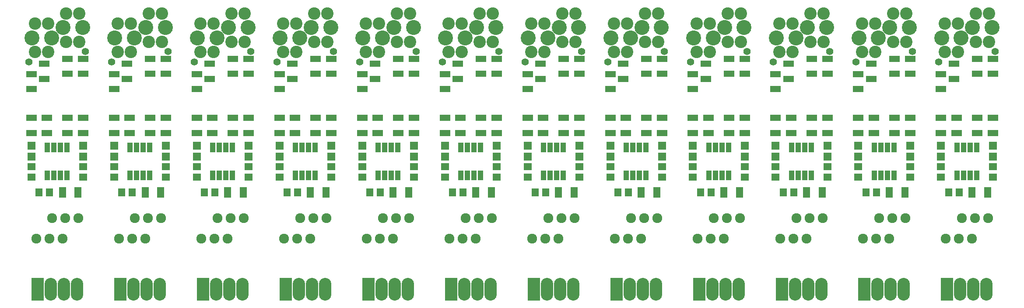
<source format=gts>
G04 #@! TF.FileFunction,Soldermask,Top*
%FSLAX46Y46*%
G04 Gerber Fmt 4.6, Leading zero omitted, Abs format (unit mm)*
G04 Created by KiCad (PCBNEW 4.0.4-stable) date 03/22/17 00:45:15*
%MOMM*%
%LPD*%
G01*
G04 APERTURE LIST*
%ADD10C,0.100000*%
%ADD11R,1.000000X1.950000*%
%ADD12C,2.400000*%
%ADD13C,2.900000*%
%ADD14C,1.400000*%
%ADD15R,1.400000X1.650000*%
%ADD16R,2.100000X1.300000*%
%ADD17R,1.598880X1.598880*%
%ADD18R,1.650000X1.400000*%
%ADD19R,1.400000X2.000000*%
%ADD20C,1.924000*%
%ADD21R,2.400000X4.400000*%
%ADD22O,2.400000X4.400000*%
G04 APERTURE END LIST*
D10*
D11*
X64905000Y-150300000D03*
X63635000Y-150300000D03*
X62365000Y-150300000D03*
X61095000Y-150300000D03*
X61095000Y-155700000D03*
X62365000Y-155700000D03*
X63635000Y-155700000D03*
X64905000Y-155700000D03*
D12*
X61270000Y-126250000D03*
X58730000Y-126250000D03*
X58730000Y-131750000D03*
X61270000Y-131750000D03*
D13*
X61900000Y-129000000D03*
X58100000Y-129000000D03*
D14*
X57550000Y-133650000D03*
D12*
X64730000Y-124250000D03*
X67270000Y-124250000D03*
X67270000Y-129750000D03*
X64730000Y-129750000D03*
D13*
X64100000Y-127000000D03*
X67900000Y-127000000D03*
D14*
X68450000Y-131650000D03*
D15*
X61500000Y-159000000D03*
X59500000Y-159000000D03*
D16*
X61000000Y-144550000D03*
X61000000Y-147450000D03*
X65000000Y-144550000D03*
X65000000Y-147450000D03*
D17*
X68000000Y-149950980D03*
X68000000Y-152049020D03*
D16*
X68000000Y-147450000D03*
X68000000Y-144550000D03*
X58000000Y-147450000D03*
X58000000Y-144550000D03*
D17*
X58000000Y-149950980D03*
X58000000Y-152049020D03*
D18*
X58000000Y-154000000D03*
X58000000Y-156000000D03*
X68000000Y-154000000D03*
X68000000Y-156000000D03*
D19*
X64000000Y-159000000D03*
X67000000Y-159000000D03*
D20*
X64540000Y-164000000D03*
X67080000Y-164000000D03*
X62000000Y-164000000D03*
X61460000Y-168000000D03*
X58920000Y-168000000D03*
X64000000Y-168000000D03*
D21*
X59190000Y-177800000D03*
D22*
X61730000Y-177800000D03*
X64270000Y-177800000D03*
X66810000Y-177800000D03*
D16*
X58000000Y-136050000D03*
X58000000Y-138950000D03*
X60500000Y-136950000D03*
X60500000Y-134050000D03*
X65000000Y-135950000D03*
X65000000Y-133050000D03*
X68000000Y-133050000D03*
X68000000Y-135950000D03*
X84000000Y-133050000D03*
X84000000Y-135950000D03*
X81000000Y-135950000D03*
X81000000Y-133050000D03*
X76500000Y-136950000D03*
X76500000Y-134050000D03*
X74000000Y-136050000D03*
X74000000Y-138950000D03*
D21*
X75190000Y-177800000D03*
D22*
X77730000Y-177800000D03*
X80270000Y-177800000D03*
X82810000Y-177800000D03*
D20*
X77460000Y-168000000D03*
X74920000Y-168000000D03*
X80000000Y-168000000D03*
X80540000Y-164000000D03*
X83080000Y-164000000D03*
X78000000Y-164000000D03*
D19*
X80000000Y-159000000D03*
X83000000Y-159000000D03*
D18*
X84000000Y-154000000D03*
X84000000Y-156000000D03*
X74000000Y-154000000D03*
X74000000Y-156000000D03*
D17*
X74000000Y-149950980D03*
X74000000Y-152049020D03*
D16*
X74000000Y-147450000D03*
X74000000Y-144550000D03*
X84000000Y-147450000D03*
X84000000Y-144550000D03*
D17*
X84000000Y-149950980D03*
X84000000Y-152049020D03*
D16*
X81000000Y-144550000D03*
X81000000Y-147450000D03*
X77000000Y-144550000D03*
X77000000Y-147450000D03*
D15*
X77500000Y-159000000D03*
X75500000Y-159000000D03*
D12*
X80730000Y-124250000D03*
X83270000Y-124250000D03*
X83270000Y-129750000D03*
X80730000Y-129750000D03*
D13*
X80100000Y-127000000D03*
X83900000Y-127000000D03*
D14*
X84450000Y-131650000D03*
D12*
X77270000Y-126250000D03*
X74730000Y-126250000D03*
X74730000Y-131750000D03*
X77270000Y-131750000D03*
D13*
X77900000Y-129000000D03*
X74100000Y-129000000D03*
D14*
X73550000Y-133650000D03*
D11*
X80905000Y-150300000D03*
X79635000Y-150300000D03*
X78365000Y-150300000D03*
X77095000Y-150300000D03*
X77095000Y-155700000D03*
X78365000Y-155700000D03*
X79635000Y-155700000D03*
X80905000Y-155700000D03*
X112905000Y-150300000D03*
X111635000Y-150300000D03*
X110365000Y-150300000D03*
X109095000Y-150300000D03*
X109095000Y-155700000D03*
X110365000Y-155700000D03*
X111635000Y-155700000D03*
X112905000Y-155700000D03*
D12*
X109270000Y-126250000D03*
X106730000Y-126250000D03*
X106730000Y-131750000D03*
X109270000Y-131750000D03*
D13*
X109900000Y-129000000D03*
X106100000Y-129000000D03*
D14*
X105550000Y-133650000D03*
D12*
X112730000Y-124250000D03*
X115270000Y-124250000D03*
X115270000Y-129750000D03*
X112730000Y-129750000D03*
D13*
X112100000Y-127000000D03*
X115900000Y-127000000D03*
D14*
X116450000Y-131650000D03*
D15*
X109500000Y-159000000D03*
X107500000Y-159000000D03*
D16*
X109000000Y-144550000D03*
X109000000Y-147450000D03*
X113000000Y-144550000D03*
X113000000Y-147450000D03*
D17*
X116000000Y-149950980D03*
X116000000Y-152049020D03*
D16*
X116000000Y-147450000D03*
X116000000Y-144550000D03*
X106000000Y-147450000D03*
X106000000Y-144550000D03*
D17*
X106000000Y-149950980D03*
X106000000Y-152049020D03*
D18*
X106000000Y-154000000D03*
X106000000Y-156000000D03*
X116000000Y-154000000D03*
X116000000Y-156000000D03*
D19*
X112000000Y-159000000D03*
X115000000Y-159000000D03*
D20*
X112540000Y-164000000D03*
X115080000Y-164000000D03*
X110000000Y-164000000D03*
X109460000Y-168000000D03*
X106920000Y-168000000D03*
X112000000Y-168000000D03*
D21*
X107190000Y-177800000D03*
D22*
X109730000Y-177800000D03*
X112270000Y-177800000D03*
X114810000Y-177800000D03*
D16*
X106000000Y-136050000D03*
X106000000Y-138950000D03*
X108500000Y-136950000D03*
X108500000Y-134050000D03*
X113000000Y-135950000D03*
X113000000Y-133050000D03*
X116000000Y-133050000D03*
X116000000Y-135950000D03*
X100000000Y-133050000D03*
X100000000Y-135950000D03*
X97000000Y-135950000D03*
X97000000Y-133050000D03*
X92500000Y-136950000D03*
X92500000Y-134050000D03*
X90000000Y-136050000D03*
X90000000Y-138950000D03*
D21*
X91190000Y-177800000D03*
D22*
X93730000Y-177800000D03*
X96270000Y-177800000D03*
X98810000Y-177800000D03*
D20*
X93460000Y-168000000D03*
X90920000Y-168000000D03*
X96000000Y-168000000D03*
X96540000Y-164000000D03*
X99080000Y-164000000D03*
X94000000Y-164000000D03*
D19*
X96000000Y-159000000D03*
X99000000Y-159000000D03*
D18*
X100000000Y-154000000D03*
X100000000Y-156000000D03*
X90000000Y-154000000D03*
X90000000Y-156000000D03*
D17*
X90000000Y-149950980D03*
X90000000Y-152049020D03*
D16*
X90000000Y-147450000D03*
X90000000Y-144550000D03*
X100000000Y-147450000D03*
X100000000Y-144550000D03*
D17*
X100000000Y-149950980D03*
X100000000Y-152049020D03*
D16*
X97000000Y-144550000D03*
X97000000Y-147450000D03*
X93000000Y-144550000D03*
X93000000Y-147450000D03*
D15*
X93500000Y-159000000D03*
X91500000Y-159000000D03*
D12*
X96730000Y-124250000D03*
X99270000Y-124250000D03*
X99270000Y-129750000D03*
X96730000Y-129750000D03*
D13*
X96100000Y-127000000D03*
X99900000Y-127000000D03*
D14*
X100450000Y-131650000D03*
D12*
X93270000Y-126250000D03*
X90730000Y-126250000D03*
X90730000Y-131750000D03*
X93270000Y-131750000D03*
D13*
X93900000Y-129000000D03*
X90100000Y-129000000D03*
D14*
X89550000Y-133650000D03*
D11*
X96905000Y-150300000D03*
X95635000Y-150300000D03*
X94365000Y-150300000D03*
X93095000Y-150300000D03*
X93095000Y-155700000D03*
X94365000Y-155700000D03*
X95635000Y-155700000D03*
X96905000Y-155700000D03*
X192905000Y-150300000D03*
X191635000Y-150300000D03*
X190365000Y-150300000D03*
X189095000Y-150300000D03*
X189095000Y-155700000D03*
X190365000Y-155700000D03*
X191635000Y-155700000D03*
X192905000Y-155700000D03*
D12*
X189270000Y-126250000D03*
X186730000Y-126250000D03*
X186730000Y-131750000D03*
X189270000Y-131750000D03*
D13*
X189900000Y-129000000D03*
X186100000Y-129000000D03*
D14*
X185550000Y-133650000D03*
D12*
X192730000Y-124250000D03*
X195270000Y-124250000D03*
X195270000Y-129750000D03*
X192730000Y-129750000D03*
D13*
X192100000Y-127000000D03*
X195900000Y-127000000D03*
D14*
X196450000Y-131650000D03*
D15*
X189500000Y-159000000D03*
X187500000Y-159000000D03*
D16*
X189000000Y-144550000D03*
X189000000Y-147450000D03*
X193000000Y-144550000D03*
X193000000Y-147450000D03*
D17*
X196000000Y-149950980D03*
X196000000Y-152049020D03*
D16*
X196000000Y-147450000D03*
X196000000Y-144550000D03*
X186000000Y-147450000D03*
X186000000Y-144550000D03*
D17*
X186000000Y-149950980D03*
X186000000Y-152049020D03*
D18*
X186000000Y-154000000D03*
X186000000Y-156000000D03*
X196000000Y-154000000D03*
X196000000Y-156000000D03*
D19*
X192000000Y-159000000D03*
X195000000Y-159000000D03*
D20*
X192540000Y-164000000D03*
X195080000Y-164000000D03*
X190000000Y-164000000D03*
X189460000Y-168000000D03*
X186920000Y-168000000D03*
X192000000Y-168000000D03*
D21*
X187190000Y-177800000D03*
D22*
X189730000Y-177800000D03*
X192270000Y-177800000D03*
X194810000Y-177800000D03*
D16*
X186000000Y-136050000D03*
X186000000Y-138950000D03*
X188500000Y-136950000D03*
X188500000Y-134050000D03*
X193000000Y-135950000D03*
X193000000Y-133050000D03*
X196000000Y-133050000D03*
X196000000Y-135950000D03*
X212000000Y-133050000D03*
X212000000Y-135950000D03*
X209000000Y-135950000D03*
X209000000Y-133050000D03*
X204500000Y-136950000D03*
X204500000Y-134050000D03*
X202000000Y-136050000D03*
X202000000Y-138950000D03*
D21*
X203190000Y-177800000D03*
D22*
X205730000Y-177800000D03*
X208270000Y-177800000D03*
X210810000Y-177800000D03*
D20*
X205460000Y-168000000D03*
X202920000Y-168000000D03*
X208000000Y-168000000D03*
X208540000Y-164000000D03*
X211080000Y-164000000D03*
X206000000Y-164000000D03*
D19*
X208000000Y-159000000D03*
X211000000Y-159000000D03*
D18*
X212000000Y-154000000D03*
X212000000Y-156000000D03*
X202000000Y-154000000D03*
X202000000Y-156000000D03*
D17*
X202000000Y-149950980D03*
X202000000Y-152049020D03*
D16*
X202000000Y-147450000D03*
X202000000Y-144550000D03*
X212000000Y-147450000D03*
X212000000Y-144550000D03*
D17*
X212000000Y-149950980D03*
X212000000Y-152049020D03*
D16*
X209000000Y-144550000D03*
X209000000Y-147450000D03*
X205000000Y-144550000D03*
X205000000Y-147450000D03*
D15*
X205500000Y-159000000D03*
X203500000Y-159000000D03*
D12*
X208730000Y-124250000D03*
X211270000Y-124250000D03*
X211270000Y-129750000D03*
X208730000Y-129750000D03*
D13*
X208100000Y-127000000D03*
X211900000Y-127000000D03*
D14*
X212450000Y-131650000D03*
D12*
X205270000Y-126250000D03*
X202730000Y-126250000D03*
X202730000Y-131750000D03*
X205270000Y-131750000D03*
D13*
X205900000Y-129000000D03*
X202100000Y-129000000D03*
D14*
X201550000Y-133650000D03*
D11*
X208905000Y-150300000D03*
X207635000Y-150300000D03*
X206365000Y-150300000D03*
X205095000Y-150300000D03*
X205095000Y-155700000D03*
X206365000Y-155700000D03*
X207635000Y-155700000D03*
X208905000Y-155700000D03*
X240905000Y-150300000D03*
X239635000Y-150300000D03*
X238365000Y-150300000D03*
X237095000Y-150300000D03*
X237095000Y-155700000D03*
X238365000Y-155700000D03*
X239635000Y-155700000D03*
X240905000Y-155700000D03*
D12*
X237270000Y-126250000D03*
X234730000Y-126250000D03*
X234730000Y-131750000D03*
X237270000Y-131750000D03*
D13*
X237900000Y-129000000D03*
X234100000Y-129000000D03*
D14*
X233550000Y-133650000D03*
D12*
X240730000Y-124250000D03*
X243270000Y-124250000D03*
X243270000Y-129750000D03*
X240730000Y-129750000D03*
D13*
X240100000Y-127000000D03*
X243900000Y-127000000D03*
D14*
X244450000Y-131650000D03*
D15*
X237500000Y-159000000D03*
X235500000Y-159000000D03*
D16*
X237000000Y-144550000D03*
X237000000Y-147450000D03*
X241000000Y-144550000D03*
X241000000Y-147450000D03*
D17*
X244000000Y-149950980D03*
X244000000Y-152049020D03*
D16*
X244000000Y-147450000D03*
X244000000Y-144550000D03*
X234000000Y-147450000D03*
X234000000Y-144550000D03*
D17*
X234000000Y-149950980D03*
X234000000Y-152049020D03*
D18*
X234000000Y-154000000D03*
X234000000Y-156000000D03*
X244000000Y-154000000D03*
X244000000Y-156000000D03*
D19*
X240000000Y-159000000D03*
X243000000Y-159000000D03*
D20*
X240540000Y-164000000D03*
X243080000Y-164000000D03*
X238000000Y-164000000D03*
X237460000Y-168000000D03*
X234920000Y-168000000D03*
X240000000Y-168000000D03*
D21*
X235190000Y-177800000D03*
D22*
X237730000Y-177800000D03*
X240270000Y-177800000D03*
X242810000Y-177800000D03*
D16*
X234000000Y-136050000D03*
X234000000Y-138950000D03*
X236500000Y-136950000D03*
X236500000Y-134050000D03*
X241000000Y-135950000D03*
X241000000Y-133050000D03*
X244000000Y-133050000D03*
X244000000Y-135950000D03*
X228000000Y-133050000D03*
X228000000Y-135950000D03*
X225000000Y-135950000D03*
X225000000Y-133050000D03*
X220500000Y-136950000D03*
X220500000Y-134050000D03*
X218000000Y-136050000D03*
X218000000Y-138950000D03*
D21*
X219190000Y-177800000D03*
D22*
X221730000Y-177800000D03*
X224270000Y-177800000D03*
X226810000Y-177800000D03*
D20*
X221460000Y-168000000D03*
X218920000Y-168000000D03*
X224000000Y-168000000D03*
X224540000Y-164000000D03*
X227080000Y-164000000D03*
X222000000Y-164000000D03*
D19*
X224000000Y-159000000D03*
X227000000Y-159000000D03*
D18*
X228000000Y-154000000D03*
X228000000Y-156000000D03*
X218000000Y-154000000D03*
X218000000Y-156000000D03*
D17*
X218000000Y-149950980D03*
X218000000Y-152049020D03*
D16*
X218000000Y-147450000D03*
X218000000Y-144550000D03*
X228000000Y-147450000D03*
X228000000Y-144550000D03*
D17*
X228000000Y-149950980D03*
X228000000Y-152049020D03*
D16*
X225000000Y-144550000D03*
X225000000Y-147450000D03*
X221000000Y-144550000D03*
X221000000Y-147450000D03*
D15*
X221500000Y-159000000D03*
X219500000Y-159000000D03*
D12*
X224730000Y-124250000D03*
X227270000Y-124250000D03*
X227270000Y-129750000D03*
X224730000Y-129750000D03*
D13*
X224100000Y-127000000D03*
X227900000Y-127000000D03*
D14*
X228450000Y-131650000D03*
D12*
X221270000Y-126250000D03*
X218730000Y-126250000D03*
X218730000Y-131750000D03*
X221270000Y-131750000D03*
D13*
X221900000Y-129000000D03*
X218100000Y-129000000D03*
D14*
X217550000Y-133650000D03*
D11*
X224905000Y-150300000D03*
X223635000Y-150300000D03*
X222365000Y-150300000D03*
X221095000Y-150300000D03*
X221095000Y-155700000D03*
X222365000Y-155700000D03*
X223635000Y-155700000D03*
X224905000Y-155700000D03*
X160905000Y-150300000D03*
X159635000Y-150300000D03*
X158365000Y-150300000D03*
X157095000Y-150300000D03*
X157095000Y-155700000D03*
X158365000Y-155700000D03*
X159635000Y-155700000D03*
X160905000Y-155700000D03*
D12*
X157270000Y-126250000D03*
X154730000Y-126250000D03*
X154730000Y-131750000D03*
X157270000Y-131750000D03*
D13*
X157900000Y-129000000D03*
X154100000Y-129000000D03*
D14*
X153550000Y-133650000D03*
D12*
X160730000Y-124250000D03*
X163270000Y-124250000D03*
X163270000Y-129750000D03*
X160730000Y-129750000D03*
D13*
X160100000Y-127000000D03*
X163900000Y-127000000D03*
D14*
X164450000Y-131650000D03*
D15*
X157500000Y-159000000D03*
X155500000Y-159000000D03*
D16*
X157000000Y-144550000D03*
X157000000Y-147450000D03*
X161000000Y-144550000D03*
X161000000Y-147450000D03*
D17*
X164000000Y-149950980D03*
X164000000Y-152049020D03*
D16*
X164000000Y-147450000D03*
X164000000Y-144550000D03*
X154000000Y-147450000D03*
X154000000Y-144550000D03*
D17*
X154000000Y-149950980D03*
X154000000Y-152049020D03*
D18*
X154000000Y-154000000D03*
X154000000Y-156000000D03*
X164000000Y-154000000D03*
X164000000Y-156000000D03*
D19*
X160000000Y-159000000D03*
X163000000Y-159000000D03*
D20*
X160540000Y-164000000D03*
X163080000Y-164000000D03*
X158000000Y-164000000D03*
X157460000Y-168000000D03*
X154920000Y-168000000D03*
X160000000Y-168000000D03*
D21*
X155190000Y-177800000D03*
D22*
X157730000Y-177800000D03*
X160270000Y-177800000D03*
X162810000Y-177800000D03*
D16*
X154000000Y-136050000D03*
X154000000Y-138950000D03*
X156500000Y-136950000D03*
X156500000Y-134050000D03*
X161000000Y-135950000D03*
X161000000Y-133050000D03*
X164000000Y-133050000D03*
X164000000Y-135950000D03*
X180000000Y-133050000D03*
X180000000Y-135950000D03*
X177000000Y-135950000D03*
X177000000Y-133050000D03*
X172500000Y-136950000D03*
X172500000Y-134050000D03*
X170000000Y-136050000D03*
X170000000Y-138950000D03*
D21*
X171190000Y-177800000D03*
D22*
X173730000Y-177800000D03*
X176270000Y-177800000D03*
X178810000Y-177800000D03*
D20*
X173460000Y-168000000D03*
X170920000Y-168000000D03*
X176000000Y-168000000D03*
X176540000Y-164000000D03*
X179080000Y-164000000D03*
X174000000Y-164000000D03*
D19*
X176000000Y-159000000D03*
X179000000Y-159000000D03*
D18*
X180000000Y-154000000D03*
X180000000Y-156000000D03*
X170000000Y-154000000D03*
X170000000Y-156000000D03*
D17*
X170000000Y-149950980D03*
X170000000Y-152049020D03*
D16*
X170000000Y-147450000D03*
X170000000Y-144550000D03*
X180000000Y-147450000D03*
X180000000Y-144550000D03*
D17*
X180000000Y-149950980D03*
X180000000Y-152049020D03*
D16*
X177000000Y-144550000D03*
X177000000Y-147450000D03*
X173000000Y-144550000D03*
X173000000Y-147450000D03*
D15*
X173500000Y-159000000D03*
X171500000Y-159000000D03*
D12*
X176730000Y-124250000D03*
X179270000Y-124250000D03*
X179270000Y-129750000D03*
X176730000Y-129750000D03*
D13*
X176100000Y-127000000D03*
X179900000Y-127000000D03*
D14*
X180450000Y-131650000D03*
D12*
X173270000Y-126250000D03*
X170730000Y-126250000D03*
X170730000Y-131750000D03*
X173270000Y-131750000D03*
D13*
X173900000Y-129000000D03*
X170100000Y-129000000D03*
D14*
X169550000Y-133650000D03*
D11*
X176905000Y-150300000D03*
X175635000Y-150300000D03*
X174365000Y-150300000D03*
X173095000Y-150300000D03*
X173095000Y-155700000D03*
X174365000Y-155700000D03*
X175635000Y-155700000D03*
X176905000Y-155700000D03*
X144905000Y-150300000D03*
X143635000Y-150300000D03*
X142365000Y-150300000D03*
X141095000Y-150300000D03*
X141095000Y-155700000D03*
X142365000Y-155700000D03*
X143635000Y-155700000D03*
X144905000Y-155700000D03*
D12*
X141270000Y-126250000D03*
X138730000Y-126250000D03*
X138730000Y-131750000D03*
X141270000Y-131750000D03*
D13*
X141900000Y-129000000D03*
X138100000Y-129000000D03*
D14*
X137550000Y-133650000D03*
D12*
X144730000Y-124250000D03*
X147270000Y-124250000D03*
X147270000Y-129750000D03*
X144730000Y-129750000D03*
D13*
X144100000Y-127000000D03*
X147900000Y-127000000D03*
D14*
X148450000Y-131650000D03*
D15*
X141500000Y-159000000D03*
X139500000Y-159000000D03*
D16*
X141000000Y-144550000D03*
X141000000Y-147450000D03*
X145000000Y-144550000D03*
X145000000Y-147450000D03*
D17*
X148000000Y-149950980D03*
X148000000Y-152049020D03*
D16*
X148000000Y-147450000D03*
X148000000Y-144550000D03*
X138000000Y-147450000D03*
X138000000Y-144550000D03*
D17*
X138000000Y-149950980D03*
X138000000Y-152049020D03*
D18*
X138000000Y-154000000D03*
X138000000Y-156000000D03*
X148000000Y-154000000D03*
X148000000Y-156000000D03*
D19*
X144000000Y-159000000D03*
X147000000Y-159000000D03*
D20*
X144540000Y-164000000D03*
X147080000Y-164000000D03*
X142000000Y-164000000D03*
X141460000Y-168000000D03*
X138920000Y-168000000D03*
X144000000Y-168000000D03*
D21*
X139190000Y-177800000D03*
D22*
X141730000Y-177800000D03*
X144270000Y-177800000D03*
X146810000Y-177800000D03*
D16*
X138000000Y-136050000D03*
X138000000Y-138950000D03*
X140500000Y-136950000D03*
X140500000Y-134050000D03*
X145000000Y-135950000D03*
X145000000Y-133050000D03*
X148000000Y-133050000D03*
X148000000Y-135950000D03*
X132000000Y-133050000D03*
X132000000Y-135950000D03*
X129000000Y-135950000D03*
X129000000Y-133050000D03*
X124500000Y-136950000D03*
X124500000Y-134050000D03*
X122000000Y-136050000D03*
X122000000Y-138950000D03*
D21*
X123190000Y-177800000D03*
D22*
X125730000Y-177800000D03*
X128270000Y-177800000D03*
X130810000Y-177800000D03*
D20*
X125460000Y-168000000D03*
X122920000Y-168000000D03*
X128000000Y-168000000D03*
X128540000Y-164000000D03*
X131080000Y-164000000D03*
X126000000Y-164000000D03*
D19*
X128000000Y-159000000D03*
X131000000Y-159000000D03*
D18*
X132000000Y-154000000D03*
X132000000Y-156000000D03*
X122000000Y-154000000D03*
X122000000Y-156000000D03*
D17*
X122000000Y-149950980D03*
X122000000Y-152049020D03*
D16*
X122000000Y-147450000D03*
X122000000Y-144550000D03*
X132000000Y-147450000D03*
X132000000Y-144550000D03*
D17*
X132000000Y-149950980D03*
X132000000Y-152049020D03*
D16*
X129000000Y-144550000D03*
X129000000Y-147450000D03*
X125000000Y-144550000D03*
X125000000Y-147450000D03*
D15*
X125500000Y-159000000D03*
X123500000Y-159000000D03*
D12*
X128730000Y-124250000D03*
X131270000Y-124250000D03*
X131270000Y-129750000D03*
X128730000Y-129750000D03*
D13*
X128100000Y-127000000D03*
X131900000Y-127000000D03*
D14*
X132450000Y-131650000D03*
D12*
X125270000Y-126250000D03*
X122730000Y-126250000D03*
X122730000Y-131750000D03*
X125270000Y-131750000D03*
D13*
X125900000Y-129000000D03*
X122100000Y-129000000D03*
D14*
X121550000Y-133650000D03*
D11*
X128905000Y-150300000D03*
X127635000Y-150300000D03*
X126365000Y-150300000D03*
X125095000Y-150300000D03*
X125095000Y-155700000D03*
X126365000Y-155700000D03*
X127635000Y-155700000D03*
X128905000Y-155700000D03*
M02*

</source>
